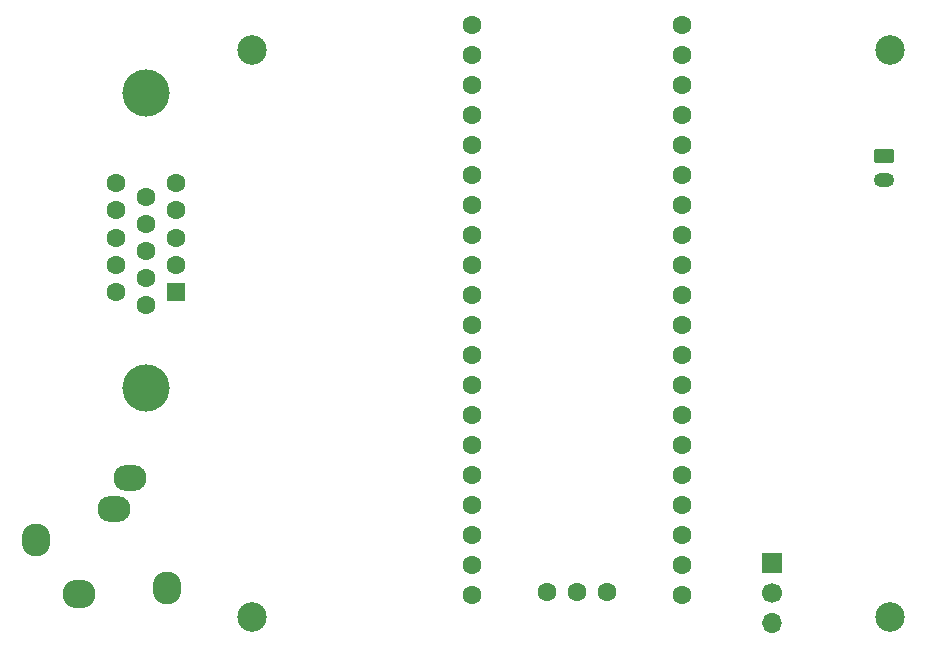
<source format=gbr>
%TF.GenerationSoftware,KiCad,Pcbnew,9.0.4*%
%TF.CreationDate,2025-09-20T17:35:25+02:00*%
%TF.ProjectId,demoboard,64656d6f-626f-4617-9264-2e6b69636164,-*%
%TF.SameCoordinates,PX6422c40PY7cee6c0*%
%TF.FileFunction,Soldermask,Bot*%
%TF.FilePolarity,Negative*%
%FSLAX46Y46*%
G04 Gerber Fmt 4.6, Leading zero omitted, Abs format (unit mm)*
G04 Created by KiCad (PCBNEW 9.0.4) date 2025-09-20 17:35:25*
%MOMM*%
%LPD*%
G01*
G04 APERTURE LIST*
G04 Aperture macros list*
%AMRoundRect*
0 Rectangle with rounded corners*
0 $1 Rounding radius*
0 $2 $3 $4 $5 $6 $7 $8 $9 X,Y pos of 4 corners*
0 Add a 4 corners polygon primitive as box body*
4,1,4,$2,$3,$4,$5,$6,$7,$8,$9,$2,$3,0*
0 Add four circle primitives for the rounded corners*
1,1,$1+$1,$2,$3*
1,1,$1+$1,$4,$5*
1,1,$1+$1,$6,$7*
1,1,$1+$1,$8,$9*
0 Add four rect primitives between the rounded corners*
20,1,$1+$1,$2,$3,$4,$5,0*
20,1,$1+$1,$4,$5,$6,$7,0*
20,1,$1+$1,$6,$7,$8,$9,0*
20,1,$1+$1,$8,$9,$2,$3,0*%
%AMHorizOval*
0 Thick line with rounded ends*
0 $1 width*
0 $2 $3 position (X,Y) of the first rounded end (center of the circle)*
0 $4 $5 position (X,Y) of the second rounded end (center of the circle)*
0 Add line between two ends*
20,1,$1,$2,$3,$4,$5,0*
0 Add two circle primitives to create the rounded ends*
1,1,$1,$2,$3*
1,1,$1,$4,$5*%
G04 Aperture macros list end*
%ADD10O,2.800000X2.400000*%
%ADD11O,2.800000X2.200000*%
%ADD12O,2.400000X2.800000*%
%ADD13C,2.500000*%
%ADD14R,1.700000X1.700000*%
%ADD15HorizOval,1.700000X0.000000X0.000000X0.000000X0.000000X0*%
%ADD16O,1.700000X1.700000*%
%ADD17RoundRect,0.250000X-0.625000X0.350000X-0.625000X-0.350000X0.625000X-0.350000X0.625000X0.350000X0*%
%ADD18O,1.750000X1.200000*%
%ADD19C,4.000000*%
%ADD20R,1.600000X1.600000*%
%ADD21C,1.600000*%
G04 APERTURE END LIST*
D10*
%TO.C,J4*%
X5300000Y5925000D03*
D11*
X9600000Y15750000D03*
D12*
X1700000Y10500000D03*
X12800000Y6450000D03*
D11*
X8300000Y13075000D03*
%TD*%
D13*
%TO.C,H2*%
X74000000Y52000000D03*
%TD*%
%TO.C,H4*%
X74000000Y4000000D03*
%TD*%
%TO.C,H1*%
X20000000Y52000000D03*
%TD*%
%TO.C,H3*%
X20000000Y4000000D03*
%TD*%
D14*
%TO.C,J2*%
X64000000Y8500000D03*
D15*
X64000000Y5960000D03*
D16*
X64000000Y3420000D03*
%TD*%
D17*
%TO.C,J3*%
X73500000Y43000000D03*
D18*
X73500000Y41000000D03*
%TD*%
D19*
%TO.C,J1*%
X10960000Y48335000D03*
X10960000Y23335000D03*
D20*
X13500000Y31520000D03*
D21*
X13500000Y33810000D03*
X13500000Y36100000D03*
X13500000Y38390000D03*
X13500000Y40680000D03*
X10960000Y30375000D03*
X10960000Y32665000D03*
X10960000Y34955000D03*
X10960000Y37245000D03*
X10960000Y39535000D03*
X8420000Y31520000D03*
X8420000Y33810000D03*
X8420000Y36100000D03*
X8420000Y38390000D03*
X8420000Y40680000D03*
%TD*%
%TO.C,U1*%
X38610000Y54130000D03*
X38610000Y51590000D03*
X38610000Y49050000D03*
X38610000Y46510000D03*
X38610000Y43970000D03*
X38610000Y41430000D03*
X38610000Y38890000D03*
X38610000Y36350000D03*
X38610000Y33810000D03*
X38610000Y31270000D03*
X38610000Y28730000D03*
X38610000Y26190000D03*
X38610000Y23650000D03*
X38610000Y21110000D03*
X38610000Y18570000D03*
X38610000Y16030000D03*
X38610000Y13490000D03*
X38610000Y10950000D03*
X38610000Y8410000D03*
X38610000Y5870000D03*
X56390000Y5870000D03*
X56390000Y8410000D03*
X56390000Y10950000D03*
X56390000Y13490000D03*
X56390000Y16030000D03*
X56390000Y18570000D03*
X56390000Y21110000D03*
X56390000Y23650000D03*
X56390000Y26190000D03*
X56390000Y28730000D03*
X56390000Y31270000D03*
X56390000Y33810000D03*
X56390000Y36350000D03*
X56390000Y38890000D03*
X56390000Y41430000D03*
X56390000Y43970000D03*
X56390000Y46510000D03*
X56390000Y49050000D03*
X56390000Y51590000D03*
X56390000Y54130000D03*
X44960000Y6100000D03*
X47500000Y6100000D03*
X50040000Y6100000D03*
%TD*%
M02*

</source>
